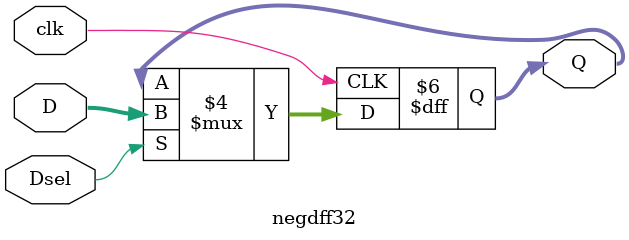
<source format=v>
`timescale 1ns / 1ps

module dff64 (D, clk, Q);

    // inputs and outputs
    input [63:0] D;
    input clk;
    output reg [63:0] Q;
    
    initial begin
        Q = 0;
    end
    // Q is set to D at the positive edge of the clock
    always @ (posedge clk) begin
        Q = D;
    end
endmodule

// module for 32-bit D flip-flop
module dff32 (D, clk, Q);

    // inputs and outputs
    input [31:0] D;
    input clk;
    output reg [31:0] Q;
    
    initial begin
        Q = 0;
    end
    // Q is set to D at the positive edge of the clock
    always @ (posedge clk) begin
        Q = D;
    end
endmodule

// module for 32-bit D flip-flop triggered on negative edge
module negdff32 (D, clk, Q, Dsel);

    // inputs and outputs
    input [63:0] D;
    input clk, Dsel;
    output reg [63:0] Q;
    
    // Q is set to D at the negative edge of the clock
    always @ (negedge clk) begin
        if (Dsel == 1'b1)
            Q = D;
    end
endmodule

</source>
